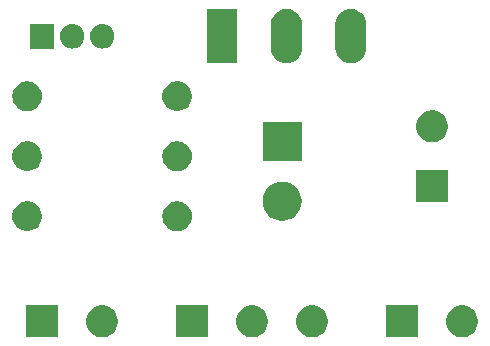
<source format=gbr>
G04 #@! TF.GenerationSoftware,KiCad,Pcbnew,(5.1.2)-1*
G04 #@! TF.CreationDate,2020-10-26T09:15:15+01:00*
G04 #@! TF.ProjectId,Flyback driver Cool-Tip v1.0.0,466c7962-6163-46b2-9064-726976657220,rev?*
G04 #@! TF.SameCoordinates,Original*
G04 #@! TF.FileFunction,Soldermask,Bot*
G04 #@! TF.FilePolarity,Negative*
%FSLAX46Y46*%
G04 Gerber Fmt 4.6, Leading zero omitted, Abs format (unit mm)*
G04 Created by KiCad (PCBNEW (5.1.2)-1) date 2020-10-26 09:15:15*
%MOMM*%
%LPD*%
G04 APERTURE LIST*
%ADD10C,0.100000*%
G04 APERTURE END LIST*
D10*
G36*
X126124072Y-102840918D02*
G01*
X126369939Y-102942759D01*
X126591212Y-103090610D01*
X126779390Y-103278788D01*
X126927241Y-103500061D01*
X127029082Y-103745928D01*
X127081000Y-104006938D01*
X127081000Y-104273062D01*
X127029082Y-104534072D01*
X126927241Y-104779939D01*
X126779390Y-105001212D01*
X126591212Y-105189390D01*
X126369939Y-105337241D01*
X126369938Y-105337242D01*
X126369937Y-105337242D01*
X126124072Y-105439082D01*
X125863063Y-105491000D01*
X125596937Y-105491000D01*
X125335928Y-105439082D01*
X125090063Y-105337242D01*
X125090062Y-105337242D01*
X125090061Y-105337241D01*
X124868788Y-105189390D01*
X124680610Y-105001212D01*
X124532759Y-104779939D01*
X124430918Y-104534072D01*
X124379000Y-104273062D01*
X124379000Y-104006938D01*
X124430918Y-103745928D01*
X124532759Y-103500061D01*
X124680610Y-103278788D01*
X124868788Y-103090610D01*
X125090061Y-102942759D01*
X125335928Y-102840918D01*
X125596937Y-102789000D01*
X125863063Y-102789000D01*
X126124072Y-102840918D01*
X126124072Y-102840918D01*
G37*
G36*
X121044072Y-102840918D02*
G01*
X121289939Y-102942759D01*
X121511212Y-103090610D01*
X121699390Y-103278788D01*
X121847241Y-103500061D01*
X121949082Y-103745928D01*
X122001000Y-104006938D01*
X122001000Y-104273062D01*
X121949082Y-104534072D01*
X121847241Y-104779939D01*
X121699390Y-105001212D01*
X121511212Y-105189390D01*
X121289939Y-105337241D01*
X121289938Y-105337242D01*
X121289937Y-105337242D01*
X121044072Y-105439082D01*
X120783063Y-105491000D01*
X120516937Y-105491000D01*
X120255928Y-105439082D01*
X120010063Y-105337242D01*
X120010062Y-105337242D01*
X120010061Y-105337241D01*
X119788788Y-105189390D01*
X119600610Y-105001212D01*
X119452759Y-104779939D01*
X119350918Y-104534072D01*
X119299000Y-104273062D01*
X119299000Y-104006938D01*
X119350918Y-103745928D01*
X119452759Y-103500061D01*
X119600610Y-103278788D01*
X119788788Y-103090610D01*
X120010061Y-102942759D01*
X120255928Y-102840918D01*
X120516937Y-102789000D01*
X120783063Y-102789000D01*
X121044072Y-102840918D01*
X121044072Y-102840918D01*
G37*
G36*
X116921000Y-105491000D02*
G01*
X114219000Y-105491000D01*
X114219000Y-102789000D01*
X116921000Y-102789000D01*
X116921000Y-105491000D01*
X116921000Y-105491000D01*
G37*
G36*
X138824072Y-102840918D02*
G01*
X139069939Y-102942759D01*
X139291212Y-103090610D01*
X139479390Y-103278788D01*
X139627241Y-103500061D01*
X139729082Y-103745928D01*
X139781000Y-104006938D01*
X139781000Y-104273062D01*
X139729082Y-104534072D01*
X139627241Y-104779939D01*
X139479390Y-105001212D01*
X139291212Y-105189390D01*
X139069939Y-105337241D01*
X139069938Y-105337242D01*
X139069937Y-105337242D01*
X138824072Y-105439082D01*
X138563063Y-105491000D01*
X138296937Y-105491000D01*
X138035928Y-105439082D01*
X137790063Y-105337242D01*
X137790062Y-105337242D01*
X137790061Y-105337241D01*
X137568788Y-105189390D01*
X137380610Y-105001212D01*
X137232759Y-104779939D01*
X137130918Y-104534072D01*
X137079000Y-104273062D01*
X137079000Y-104006938D01*
X137130918Y-103745928D01*
X137232759Y-103500061D01*
X137380610Y-103278788D01*
X137568788Y-103090610D01*
X137790061Y-102942759D01*
X138035928Y-102840918D01*
X138296937Y-102789000D01*
X138563063Y-102789000D01*
X138824072Y-102840918D01*
X138824072Y-102840918D01*
G37*
G36*
X104221000Y-105491000D02*
G01*
X101519000Y-105491000D01*
X101519000Y-102789000D01*
X104221000Y-102789000D01*
X104221000Y-105491000D01*
X104221000Y-105491000D01*
G37*
G36*
X108344072Y-102840918D02*
G01*
X108589939Y-102942759D01*
X108811212Y-103090610D01*
X108999390Y-103278788D01*
X109147241Y-103500061D01*
X109249082Y-103745928D01*
X109301000Y-104006938D01*
X109301000Y-104273062D01*
X109249082Y-104534072D01*
X109147241Y-104779939D01*
X108999390Y-105001212D01*
X108811212Y-105189390D01*
X108589939Y-105337241D01*
X108589938Y-105337242D01*
X108589937Y-105337242D01*
X108344072Y-105439082D01*
X108083063Y-105491000D01*
X107816937Y-105491000D01*
X107555928Y-105439082D01*
X107310063Y-105337242D01*
X107310062Y-105337242D01*
X107310061Y-105337241D01*
X107088788Y-105189390D01*
X106900610Y-105001212D01*
X106752759Y-104779939D01*
X106650918Y-104534072D01*
X106599000Y-104273062D01*
X106599000Y-104006938D01*
X106650918Y-103745928D01*
X106752759Y-103500061D01*
X106900610Y-103278788D01*
X107088788Y-103090610D01*
X107310061Y-102942759D01*
X107555928Y-102840918D01*
X107816937Y-102789000D01*
X108083063Y-102789000D01*
X108344072Y-102840918D01*
X108344072Y-102840918D01*
G37*
G36*
X134701000Y-105491000D02*
G01*
X131999000Y-105491000D01*
X131999000Y-102789000D01*
X134701000Y-102789000D01*
X134701000Y-105491000D01*
X134701000Y-105491000D01*
G37*
G36*
X114545239Y-94017101D02*
G01*
X114781053Y-94088634D01*
X114998381Y-94204799D01*
X115188871Y-94361129D01*
X115345201Y-94551619D01*
X115461366Y-94768947D01*
X115532899Y-95004761D01*
X115557053Y-95250000D01*
X115532899Y-95495239D01*
X115461366Y-95731053D01*
X115345201Y-95948381D01*
X115188871Y-96138871D01*
X114998381Y-96295201D01*
X114781053Y-96411366D01*
X114545239Y-96482899D01*
X114361457Y-96501000D01*
X114238543Y-96501000D01*
X114054761Y-96482899D01*
X113818947Y-96411366D01*
X113601619Y-96295201D01*
X113411129Y-96138871D01*
X113254799Y-95948381D01*
X113138634Y-95731053D01*
X113067101Y-95495239D01*
X113042947Y-95250000D01*
X113067101Y-95004761D01*
X113138634Y-94768947D01*
X113254799Y-94551619D01*
X113411129Y-94361129D01*
X113601619Y-94204799D01*
X113818947Y-94088634D01*
X114054761Y-94017101D01*
X114238543Y-93999000D01*
X114361457Y-93999000D01*
X114545239Y-94017101D01*
X114545239Y-94017101D01*
G37*
G36*
X101964903Y-94047075D02*
G01*
X102065236Y-94088634D01*
X102192571Y-94141378D01*
X102397466Y-94278285D01*
X102571715Y-94452534D01*
X102708622Y-94657429D01*
X102802925Y-94885097D01*
X102851000Y-95126787D01*
X102851000Y-95373213D01*
X102802925Y-95614903D01*
X102708622Y-95842571D01*
X102571715Y-96047466D01*
X102397466Y-96221715D01*
X102192571Y-96358622D01*
X102192570Y-96358623D01*
X102192569Y-96358623D01*
X101964903Y-96452925D01*
X101723214Y-96501000D01*
X101476786Y-96501000D01*
X101235097Y-96452925D01*
X101007431Y-96358623D01*
X101007430Y-96358623D01*
X101007429Y-96358622D01*
X100802534Y-96221715D01*
X100628285Y-96047466D01*
X100491378Y-95842571D01*
X100397075Y-95614903D01*
X100349000Y-95373213D01*
X100349000Y-95126787D01*
X100397075Y-94885097D01*
X100491378Y-94657429D01*
X100628285Y-94452534D01*
X100802534Y-94278285D01*
X101007429Y-94141378D01*
X101134765Y-94088634D01*
X101235097Y-94047075D01*
X101476786Y-93999000D01*
X101723214Y-93999000D01*
X101964903Y-94047075D01*
X101964903Y-94047075D01*
G37*
G36*
X123513651Y-92352888D02*
G01*
X123824870Y-92447296D01*
X124111680Y-92600599D01*
X124111683Y-92600601D01*
X124111684Y-92600602D01*
X124363082Y-92806918D01*
X124569398Y-93058316D01*
X124569401Y-93058320D01*
X124722704Y-93345130D01*
X124817112Y-93656349D01*
X124848988Y-93980000D01*
X124817112Y-94303651D01*
X124722704Y-94614870D01*
X124569401Y-94901680D01*
X124569399Y-94901683D01*
X124569398Y-94901684D01*
X124363082Y-95153082D01*
X124111684Y-95359398D01*
X124111680Y-95359401D01*
X123824870Y-95512704D01*
X123513651Y-95607112D01*
X123271107Y-95631000D01*
X123108893Y-95631000D01*
X122866349Y-95607112D01*
X122555130Y-95512704D01*
X122268320Y-95359401D01*
X122268316Y-95359398D01*
X122016918Y-95153082D01*
X121810602Y-94901684D01*
X121810601Y-94901683D01*
X121810599Y-94901680D01*
X121657296Y-94614870D01*
X121562888Y-94303651D01*
X121531012Y-93980000D01*
X121562888Y-93656349D01*
X121657296Y-93345130D01*
X121810599Y-93058320D01*
X121810602Y-93058316D01*
X122016918Y-92806918D01*
X122268316Y-92600602D01*
X122268317Y-92600601D01*
X122268320Y-92600599D01*
X122555130Y-92447296D01*
X122866349Y-92352888D01*
X123108893Y-92329000D01*
X123271107Y-92329000D01*
X123513651Y-92352888D01*
X123513651Y-92352888D01*
G37*
G36*
X137241000Y-94061000D02*
G01*
X134539000Y-94061000D01*
X134539000Y-91359000D01*
X137241000Y-91359000D01*
X137241000Y-94061000D01*
X137241000Y-94061000D01*
G37*
G36*
X101964903Y-88967075D02*
G01*
X102065236Y-89008634D01*
X102192571Y-89061378D01*
X102397466Y-89198285D01*
X102571715Y-89372534D01*
X102708622Y-89577429D01*
X102802925Y-89805097D01*
X102851000Y-90046787D01*
X102851000Y-90293213D01*
X102802925Y-90534903D01*
X102708622Y-90762571D01*
X102571715Y-90967466D01*
X102397466Y-91141715D01*
X102192571Y-91278622D01*
X102192570Y-91278623D01*
X102192569Y-91278623D01*
X101964903Y-91372925D01*
X101723214Y-91421000D01*
X101476786Y-91421000D01*
X101235097Y-91372925D01*
X101007431Y-91278623D01*
X101007430Y-91278623D01*
X101007429Y-91278622D01*
X100802534Y-91141715D01*
X100628285Y-90967466D01*
X100491378Y-90762571D01*
X100397075Y-90534903D01*
X100349000Y-90293213D01*
X100349000Y-90046787D01*
X100397075Y-89805097D01*
X100491378Y-89577429D01*
X100628285Y-89372534D01*
X100802534Y-89198285D01*
X101007429Y-89061378D01*
X101134765Y-89008634D01*
X101235097Y-88967075D01*
X101476786Y-88919000D01*
X101723214Y-88919000D01*
X101964903Y-88967075D01*
X101964903Y-88967075D01*
G37*
G36*
X114545239Y-88937101D02*
G01*
X114781053Y-89008634D01*
X114998381Y-89124799D01*
X115188871Y-89281129D01*
X115345201Y-89471619D01*
X115461366Y-89688947D01*
X115532899Y-89924761D01*
X115557053Y-90170000D01*
X115532899Y-90415239D01*
X115461366Y-90651053D01*
X115345201Y-90868381D01*
X115188871Y-91058871D01*
X114998381Y-91215201D01*
X114781053Y-91331366D01*
X114545239Y-91402899D01*
X114361457Y-91421000D01*
X114238543Y-91421000D01*
X114054761Y-91402899D01*
X113818947Y-91331366D01*
X113601619Y-91215201D01*
X113411129Y-91058871D01*
X113254799Y-90868381D01*
X113138634Y-90651053D01*
X113067101Y-90415239D01*
X113042947Y-90170000D01*
X113067101Y-89924761D01*
X113138634Y-89688947D01*
X113254799Y-89471619D01*
X113411129Y-89281129D01*
X113601619Y-89124799D01*
X113818947Y-89008634D01*
X114054761Y-88937101D01*
X114238543Y-88919000D01*
X114361457Y-88919000D01*
X114545239Y-88937101D01*
X114545239Y-88937101D01*
G37*
G36*
X124841000Y-90551000D02*
G01*
X121539000Y-90551000D01*
X121539000Y-87249000D01*
X124841000Y-87249000D01*
X124841000Y-90551000D01*
X124841000Y-90551000D01*
G37*
G36*
X136243758Y-86322899D02*
G01*
X136284072Y-86330918D01*
X136529939Y-86432759D01*
X136751212Y-86580610D01*
X136939390Y-86768788D01*
X137087241Y-86990061D01*
X137189082Y-87235928D01*
X137241000Y-87496938D01*
X137241000Y-87763062D01*
X137189082Y-88024072D01*
X137087241Y-88269939D01*
X136939390Y-88491212D01*
X136751212Y-88679390D01*
X136529939Y-88827241D01*
X136529938Y-88827242D01*
X136529937Y-88827242D01*
X136284072Y-88929082D01*
X136023063Y-88981000D01*
X135756937Y-88981000D01*
X135495928Y-88929082D01*
X135250063Y-88827242D01*
X135250062Y-88827242D01*
X135250061Y-88827241D01*
X135028788Y-88679390D01*
X134840610Y-88491212D01*
X134692759Y-88269939D01*
X134590918Y-88024072D01*
X134539000Y-87763062D01*
X134539000Y-87496938D01*
X134590918Y-87235928D01*
X134692759Y-86990061D01*
X134840610Y-86768788D01*
X135028788Y-86580610D01*
X135250061Y-86432759D01*
X135495928Y-86330918D01*
X135536242Y-86322899D01*
X135756937Y-86279000D01*
X136023063Y-86279000D01*
X136243758Y-86322899D01*
X136243758Y-86322899D01*
G37*
G36*
X101845239Y-83857101D02*
G01*
X102081053Y-83928634D01*
X102298381Y-84044799D01*
X102488871Y-84201129D01*
X102645201Y-84391619D01*
X102761366Y-84608947D01*
X102832899Y-84844761D01*
X102857053Y-85090000D01*
X102832899Y-85335239D01*
X102761366Y-85571053D01*
X102645201Y-85788381D01*
X102488871Y-85978871D01*
X102298381Y-86135201D01*
X102081053Y-86251366D01*
X101845239Y-86322899D01*
X101661457Y-86341000D01*
X101538543Y-86341000D01*
X101354761Y-86322899D01*
X101118947Y-86251366D01*
X100901619Y-86135201D01*
X100711129Y-85978871D01*
X100554799Y-85788381D01*
X100438634Y-85571053D01*
X100367101Y-85335239D01*
X100342947Y-85090000D01*
X100367101Y-84844761D01*
X100438634Y-84608947D01*
X100554799Y-84391619D01*
X100711129Y-84201129D01*
X100901619Y-84044799D01*
X101118947Y-83928634D01*
X101354761Y-83857101D01*
X101538543Y-83839000D01*
X101661457Y-83839000D01*
X101845239Y-83857101D01*
X101845239Y-83857101D01*
G37*
G36*
X114664903Y-83887075D02*
G01*
X114765236Y-83928634D01*
X114892571Y-83981378D01*
X115097466Y-84118285D01*
X115271715Y-84292534D01*
X115408622Y-84497429D01*
X115502925Y-84725097D01*
X115551000Y-84966787D01*
X115551000Y-85213213D01*
X115502925Y-85454903D01*
X115408622Y-85682571D01*
X115271715Y-85887466D01*
X115097466Y-86061715D01*
X114892571Y-86198622D01*
X114892570Y-86198623D01*
X114892569Y-86198623D01*
X114664903Y-86292925D01*
X114423214Y-86341000D01*
X114176786Y-86341000D01*
X113935097Y-86292925D01*
X113707431Y-86198623D01*
X113707430Y-86198623D01*
X113707429Y-86198622D01*
X113502534Y-86061715D01*
X113328285Y-85887466D01*
X113191378Y-85682571D01*
X113097075Y-85454903D01*
X113049000Y-85213213D01*
X113049000Y-84966787D01*
X113097075Y-84725097D01*
X113191378Y-84497429D01*
X113328285Y-84292534D01*
X113502534Y-84118285D01*
X113707429Y-83981378D01*
X113834765Y-83928634D01*
X113935097Y-83887075D01*
X114176786Y-83839000D01*
X114423214Y-83839000D01*
X114664903Y-83887075D01*
X114664903Y-83887075D01*
G37*
G36*
X123815039Y-77727825D02*
G01*
X124060279Y-77802218D01*
X124286293Y-77923025D01*
X124484396Y-78085604D01*
X124646975Y-78283706D01*
X124767782Y-78509720D01*
X124842175Y-78754960D01*
X124861000Y-78946095D01*
X124861000Y-81073905D01*
X124842175Y-81265040D01*
X124767782Y-81510280D01*
X124646975Y-81736294D01*
X124604624Y-81787899D01*
X124484397Y-81934397D01*
X124337899Y-82054624D01*
X124286294Y-82096975D01*
X124060280Y-82217782D01*
X123815040Y-82292175D01*
X123560000Y-82317294D01*
X123304961Y-82292175D01*
X123059721Y-82217782D01*
X122833707Y-82096975D01*
X122782102Y-82054624D01*
X122635604Y-81934397D01*
X122515377Y-81787899D01*
X122473026Y-81736294D01*
X122352219Y-81510280D01*
X122277826Y-81265040D01*
X122259001Y-81073905D01*
X122259000Y-78946096D01*
X122277825Y-78754961D01*
X122352218Y-78509721D01*
X122473025Y-78283707D01*
X122635604Y-78085604D01*
X122833706Y-77923025D01*
X122833705Y-77923025D01*
X122833707Y-77923024D01*
X123059718Y-77802219D01*
X123059720Y-77802218D01*
X123304960Y-77727825D01*
X123560000Y-77702706D01*
X123815039Y-77727825D01*
X123815039Y-77727825D01*
G37*
G36*
X129265039Y-77727825D02*
G01*
X129510279Y-77802218D01*
X129736293Y-77923025D01*
X129934396Y-78085604D01*
X130096975Y-78283706D01*
X130217782Y-78509720D01*
X130292175Y-78754960D01*
X130311000Y-78946095D01*
X130311000Y-81073905D01*
X130292175Y-81265040D01*
X130217782Y-81510280D01*
X130096975Y-81736294D01*
X130054624Y-81787899D01*
X129934397Y-81934397D01*
X129787899Y-82054624D01*
X129736294Y-82096975D01*
X129510280Y-82217782D01*
X129265040Y-82292175D01*
X129010000Y-82317294D01*
X128754961Y-82292175D01*
X128509721Y-82217782D01*
X128283707Y-82096975D01*
X128232102Y-82054624D01*
X128085604Y-81934397D01*
X127965377Y-81787899D01*
X127923026Y-81736294D01*
X127802219Y-81510280D01*
X127727826Y-81265040D01*
X127709001Y-81073905D01*
X127709000Y-78946096D01*
X127727825Y-78754961D01*
X127802218Y-78509721D01*
X127923025Y-78283707D01*
X128085604Y-78085604D01*
X128283706Y-77923025D01*
X128283705Y-77923025D01*
X128283707Y-77923024D01*
X128509718Y-77802219D01*
X128509720Y-77802218D01*
X128754960Y-77727825D01*
X129010000Y-77702706D01*
X129265039Y-77727825D01*
X129265039Y-77727825D01*
G37*
G36*
X119411000Y-82311000D02*
G01*
X116809000Y-82311000D01*
X116809000Y-77709000D01*
X119411000Y-77709000D01*
X119411000Y-82311000D01*
X119411000Y-82311000D01*
G37*
G36*
X105606719Y-78973520D02*
G01*
X105795880Y-79030901D01*
X105795883Y-79030902D01*
X105888333Y-79080318D01*
X105970212Y-79124083D01*
X106123015Y-79249485D01*
X106248417Y-79402288D01*
X106341599Y-79576619D01*
X106398980Y-79765780D01*
X106413500Y-79913206D01*
X106413500Y-80106793D01*
X106398980Y-80254219D01*
X106341599Y-80443380D01*
X106341598Y-80443383D01*
X106292182Y-80535833D01*
X106248417Y-80617712D01*
X106123015Y-80770515D01*
X105970212Y-80895917D01*
X105795881Y-80989099D01*
X105606720Y-81046480D01*
X105410000Y-81065855D01*
X105213281Y-81046480D01*
X105024120Y-80989099D01*
X104849788Y-80895917D01*
X104696985Y-80770515D01*
X104571583Y-80617712D01*
X104478401Y-80443381D01*
X104421020Y-80254220D01*
X104406500Y-80106794D01*
X104406500Y-79913207D01*
X104421020Y-79765781D01*
X104478401Y-79576620D01*
X104478402Y-79576617D01*
X104527818Y-79484167D01*
X104571583Y-79402288D01*
X104696985Y-79249485D01*
X104849788Y-79124083D01*
X105024119Y-79030901D01*
X105213280Y-78973520D01*
X105410000Y-78954145D01*
X105606719Y-78973520D01*
X105606719Y-78973520D01*
G37*
G36*
X108146719Y-78973520D02*
G01*
X108335880Y-79030901D01*
X108335883Y-79030902D01*
X108428333Y-79080318D01*
X108510212Y-79124083D01*
X108663015Y-79249485D01*
X108788417Y-79402288D01*
X108881599Y-79576619D01*
X108938980Y-79765780D01*
X108953500Y-79913206D01*
X108953500Y-80106793D01*
X108938980Y-80254219D01*
X108881599Y-80443380D01*
X108881598Y-80443383D01*
X108832182Y-80535833D01*
X108788417Y-80617712D01*
X108663015Y-80770515D01*
X108510212Y-80895917D01*
X108335881Y-80989099D01*
X108146720Y-81046480D01*
X107950000Y-81065855D01*
X107753281Y-81046480D01*
X107564120Y-80989099D01*
X107389788Y-80895917D01*
X107236985Y-80770515D01*
X107111583Y-80617712D01*
X107018401Y-80443381D01*
X106961020Y-80254220D01*
X106946500Y-80106794D01*
X106946500Y-79913207D01*
X106961020Y-79765781D01*
X107018401Y-79576620D01*
X107018402Y-79576617D01*
X107067818Y-79484167D01*
X107111583Y-79402288D01*
X107236985Y-79249485D01*
X107389788Y-79124083D01*
X107564119Y-79030901D01*
X107753280Y-78973520D01*
X107950000Y-78954145D01*
X108146719Y-78973520D01*
X108146719Y-78973520D01*
G37*
G36*
X103873500Y-81061000D02*
G01*
X101866500Y-81061000D01*
X101866500Y-78959000D01*
X103873500Y-78959000D01*
X103873500Y-81061000D01*
X103873500Y-81061000D01*
G37*
M02*

</source>
